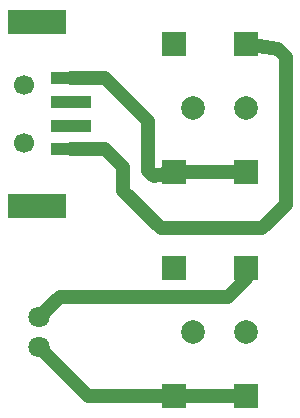
<source format=gbr>
G04 #@! TF.FileFunction,Copper,L1,Top,Signal*
%FSLAX46Y46*%
G04 Gerber Fmt 4.6, Leading zero omitted, Abs format (unit mm)*
G04 Created by KiCad (PCBNEW 4.0.6-e0-6349~53~ubuntu16.04.1) date Thu Jul 20 21:21:51 2017*
%MOMM*%
%LPD*%
G01*
G04 APERTURE LIST*
%ADD10C,0.150000*%
%ADD11C,1.998980*%
%ADD12R,1.998980X1.998980*%
%ADD13R,5.000000X2.000000*%
%ADD14C,1.700000*%
%ADD15R,3.390000X1.120000*%
%ADD16C,1.800000*%
%ADD17C,1.200000*%
G04 APERTURE END LIST*
D10*
D11*
X45999240Y-27000000D03*
D12*
X50500120Y-32410200D03*
X44399040Y-32410200D03*
X50500120Y-21584720D03*
X44399040Y-21584720D03*
D11*
X50500120Y-27000000D03*
D13*
X32800000Y-35300000D03*
X32800000Y-19700000D03*
D14*
X31700000Y-30000000D03*
D15*
X35700000Y-30500000D03*
X35700000Y-24500000D03*
X35700000Y-26500000D03*
X35700000Y-28500000D03*
D14*
X31700000Y-25100000D03*
D16*
X33000000Y-44740160D03*
X33000000Y-47280160D03*
D11*
X45999240Y-46000000D03*
D12*
X50500120Y-51410200D03*
X44399040Y-51410200D03*
X50500120Y-40584720D03*
X44399040Y-40584720D03*
D11*
X50500120Y-46000000D03*
D17*
X35700000Y-30500000D02*
X38595000Y-30500000D01*
X40100000Y-34000000D02*
X43300000Y-37200000D01*
X38595000Y-30500000D02*
X40100000Y-32005000D01*
X53200570Y-21974520D02*
X50500120Y-21584720D01*
X40100000Y-32005000D02*
X40100000Y-34000000D01*
X43300000Y-37200000D02*
X51900000Y-37200000D01*
X51900000Y-37200000D02*
X53900000Y-35200000D01*
X53900000Y-35200000D02*
X53900000Y-22673950D01*
X53900000Y-22673950D02*
X53200570Y-21974520D01*
X44399040Y-32410200D02*
X50500120Y-32410200D01*
X38595000Y-24500000D02*
X42200000Y-28105000D01*
X42200000Y-28105000D02*
X42200000Y-32299490D01*
X42200000Y-32299490D02*
X42700510Y-32800000D01*
X42700510Y-32800000D02*
X44399040Y-32410200D01*
X35700000Y-24500000D02*
X38595000Y-24500000D01*
X38595000Y-24500000D02*
X38895000Y-24800000D01*
X50500120Y-40584720D02*
X50500120Y-41499880D01*
X50500120Y-41499880D02*
X49000000Y-43000000D01*
X49000000Y-43000000D02*
X34740160Y-43000000D01*
X34740160Y-43000000D02*
X33000000Y-44740160D01*
X44399040Y-51410200D02*
X37130040Y-51410200D01*
X37130040Y-51410200D02*
X33000000Y-47280160D01*
X50500120Y-51410200D02*
X44399040Y-51410200D01*
M02*

</source>
